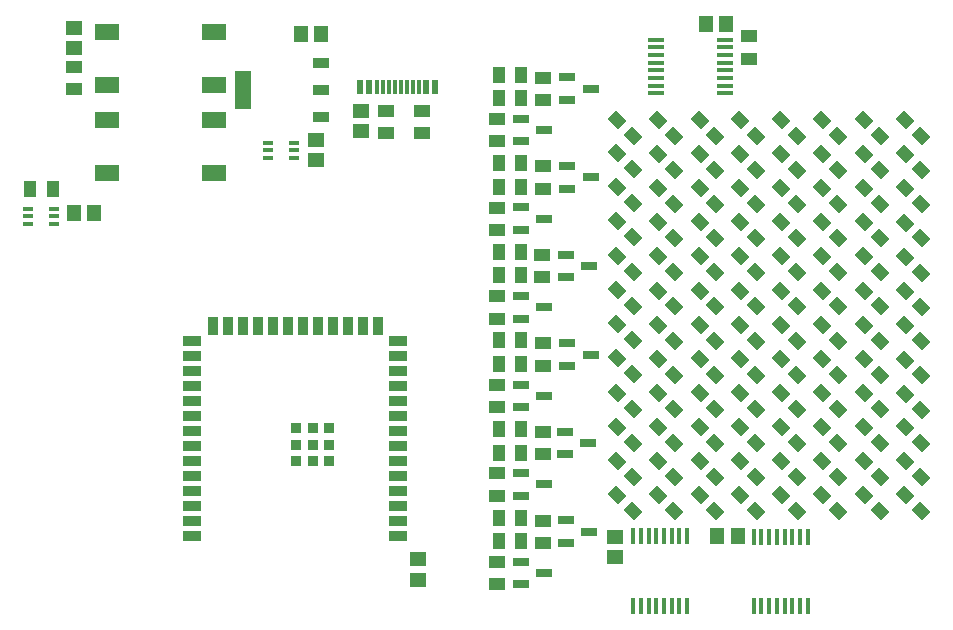
<source format=gtp>
G04*
G04 #@! TF.GenerationSoftware,Altium Limited,Altium Designer,25.1.2 (22)*
G04*
G04 Layer_Color=8421504*
%FSLAX25Y25*%
%MOIN*%
G70*
G04*
G04 #@! TF.SameCoordinates,9731B79D-0BF3-49C4-8AD9-4CBC44B71680*
G04*
G04*
G04 #@! TF.FilePolarity,Positive*
G04*
G01*
G75*
%ADD16R,0.03543X0.03543*%
%ADD17R,0.05906X0.03543*%
%ADD18R,0.03543X0.05906*%
%ADD19R,0.05315X0.02559*%
%ADD20R,0.05709X0.01772*%
%ADD21R,0.04724X0.05709*%
%ADD22R,0.05512X0.03937*%
%ADD23R,0.03740X0.01772*%
%ADD24R,0.03937X0.05512*%
%ADD25R,0.05709X0.04724*%
%ADD26R,0.08268X0.05512*%
%ADD27R,0.05709X0.03740*%
%ADD28R,0.05709X0.12795*%
%ADD29R,0.01181X0.04724*%
%ADD30R,0.02362X0.04724*%
%ADD31R,0.01772X0.05709*%
G04:AMPARAMS|DCode=32|XSize=47.24mil|YSize=41.34mil|CornerRadius=0mil|HoleSize=0mil|Usage=FLASHONLY|Rotation=135.000|XOffset=0mil|YOffset=0mil|HoleType=Round|Shape=Rectangle|*
%AMROTATEDRECTD32*
4,1,4,0.03132,-0.00209,0.00209,-0.03132,-0.03132,0.00209,-0.00209,0.03132,0.03132,-0.00209,0.0*
%
%ADD32ROTATEDRECTD32*%

D16*
X208587Y154961D02*
D03*
Y160472D02*
D03*
Y165984D02*
D03*
X214098D02*
D03*
X219610D02*
D03*
Y160472D02*
D03*
Y154961D02*
D03*
X214098D02*
D03*
Y160472D02*
D03*
D17*
X173744Y130079D02*
D03*
Y135079D02*
D03*
Y140079D02*
D03*
Y145079D02*
D03*
Y150079D02*
D03*
Y155079D02*
D03*
Y160079D02*
D03*
Y165079D02*
D03*
Y170079D02*
D03*
Y175079D02*
D03*
Y180079D02*
D03*
Y185079D02*
D03*
Y190079D02*
D03*
Y195079D02*
D03*
X242642D02*
D03*
Y190079D02*
D03*
Y185079D02*
D03*
Y180079D02*
D03*
Y175079D02*
D03*
Y170079D02*
D03*
Y165079D02*
D03*
Y160079D02*
D03*
Y155079D02*
D03*
Y150079D02*
D03*
Y145079D02*
D03*
Y140079D02*
D03*
Y135079D02*
D03*
Y130079D02*
D03*
D18*
X180693Y200000D02*
D03*
X185693D02*
D03*
X190693D02*
D03*
X195693D02*
D03*
X200693D02*
D03*
X205693D02*
D03*
X210693D02*
D03*
X215693D02*
D03*
X220693D02*
D03*
X225693D02*
D03*
X230693D02*
D03*
X235693D02*
D03*
D19*
X306299Y131496D02*
D03*
X298425Y127717D02*
D03*
Y135276D02*
D03*
X306693Y279134D02*
D03*
X298819Y275354D02*
D03*
Y282913D02*
D03*
X291339Y265354D02*
D03*
X283465Y261575D02*
D03*
Y269134D02*
D03*
X306693Y249606D02*
D03*
X298819Y245827D02*
D03*
Y253386D02*
D03*
X291339Y235827D02*
D03*
X283465Y232047D02*
D03*
Y239606D02*
D03*
X298425Y223858D02*
D03*
Y216299D02*
D03*
X306299Y220079D02*
D03*
X283465Y210079D02*
D03*
Y202520D02*
D03*
X291339Y206299D02*
D03*
X298819Y194331D02*
D03*
Y186772D02*
D03*
X306693Y190551D02*
D03*
X283465Y180551D02*
D03*
Y172992D02*
D03*
X291339Y176772D02*
D03*
X298031Y164803D02*
D03*
Y157244D02*
D03*
X305906Y161024D02*
D03*
X283465Y151024D02*
D03*
Y143465D02*
D03*
X291339Y147244D02*
D03*
X283465Y121496D02*
D03*
Y113937D02*
D03*
X291339Y117717D02*
D03*
D20*
X351673Y295571D02*
D03*
Y293012D02*
D03*
Y290453D02*
D03*
Y287894D02*
D03*
Y285335D02*
D03*
Y282776D02*
D03*
Y280217D02*
D03*
Y277658D02*
D03*
X328642D02*
D03*
Y280217D02*
D03*
Y282776D02*
D03*
Y285335D02*
D03*
Y287894D02*
D03*
Y290453D02*
D03*
Y293012D02*
D03*
Y295571D02*
D03*
D21*
X351772Y300787D02*
D03*
X345079D02*
D03*
X134449Y237795D02*
D03*
X141142D02*
D03*
X216732Y297244D02*
D03*
X210039D02*
D03*
X349016Y129921D02*
D03*
X355709D02*
D03*
D22*
X359449Y289173D02*
D03*
Y296654D02*
D03*
X134646Y286417D02*
D03*
Y278937D02*
D03*
X250394Y271850D02*
D03*
Y264370D02*
D03*
X238583Y271850D02*
D03*
Y264370D02*
D03*
X290945Y282874D02*
D03*
Y275394D02*
D03*
X275590Y269094D02*
D03*
Y261614D02*
D03*
X290945Y253346D02*
D03*
Y245866D02*
D03*
X275591Y239567D02*
D03*
Y232087D02*
D03*
X290551Y223819D02*
D03*
Y216339D02*
D03*
X275591Y210039D02*
D03*
Y202559D02*
D03*
X290945Y186811D02*
D03*
Y194291D02*
D03*
X275590Y173031D02*
D03*
Y180512D02*
D03*
X290945Y157283D02*
D03*
Y164764D02*
D03*
X275590Y143504D02*
D03*
Y150984D02*
D03*
X290945Y127756D02*
D03*
Y135236D02*
D03*
X275591Y113976D02*
D03*
Y121457D02*
D03*
D23*
X119291Y239173D02*
D03*
Y236614D02*
D03*
Y234055D02*
D03*
X127953D02*
D03*
Y236614D02*
D03*
Y239173D02*
D03*
X199213Y261221D02*
D03*
Y258661D02*
D03*
Y256102D02*
D03*
X207874D02*
D03*
Y258661D02*
D03*
Y261221D02*
D03*
D24*
X119882Y245669D02*
D03*
X127362D02*
D03*
X283661Y283858D02*
D03*
X276181D02*
D03*
X283661Y275984D02*
D03*
X276181D02*
D03*
X283661Y254331D02*
D03*
X276181D02*
D03*
X283661Y246457D02*
D03*
X276181D02*
D03*
X283661Y224803D02*
D03*
X276181D02*
D03*
X283661Y216929D02*
D03*
X276181D02*
D03*
X276181Y187401D02*
D03*
X283661D02*
D03*
X276181Y195276D02*
D03*
X283661D02*
D03*
X276181Y165748D02*
D03*
X283661D02*
D03*
X276181Y157874D02*
D03*
X283661D02*
D03*
X276181Y136221D02*
D03*
X283661D02*
D03*
X276181Y128347D02*
D03*
X283661D02*
D03*
D25*
X134646Y292717D02*
D03*
Y299410D02*
D03*
X215354Y262008D02*
D03*
Y255315D02*
D03*
X230315Y271850D02*
D03*
Y265158D02*
D03*
X314961Y123031D02*
D03*
Y129724D02*
D03*
X249213Y115551D02*
D03*
Y122244D02*
D03*
D26*
X181299Y250984D02*
D03*
X145472Y268701D02*
D03*
Y250984D02*
D03*
X181299Y268701D02*
D03*
Y280512D02*
D03*
X145472Y298228D02*
D03*
Y280512D02*
D03*
X181299Y298228D02*
D03*
D27*
X216929Y269724D02*
D03*
Y278740D02*
D03*
Y287756D02*
D03*
D28*
X190945Y278740D02*
D03*
D29*
X241520Y279626D02*
D03*
X245520D02*
D03*
X243520D02*
D03*
X249520D02*
D03*
X247520D02*
D03*
X239520D02*
D03*
X237520D02*
D03*
X235520D02*
D03*
D30*
X252020D02*
D03*
X233020D02*
D03*
X230020D02*
D03*
X255020D02*
D03*
D31*
X361122Y106595D02*
D03*
X363681D02*
D03*
X366240D02*
D03*
X368799D02*
D03*
X371358D02*
D03*
X373917D02*
D03*
X376476D02*
D03*
X379035D02*
D03*
Y129626D02*
D03*
X376476D02*
D03*
X373917D02*
D03*
X371358D02*
D03*
X368799D02*
D03*
X366240D02*
D03*
X363681D02*
D03*
X361122D02*
D03*
X320985Y106898D02*
D03*
X323544D02*
D03*
X326103D02*
D03*
X328662D02*
D03*
X331221D02*
D03*
X333780D02*
D03*
X336339D02*
D03*
X338898D02*
D03*
Y129929D02*
D03*
X336339D02*
D03*
X333780D02*
D03*
X331221D02*
D03*
X328662D02*
D03*
X326103D02*
D03*
X323544D02*
D03*
X320985D02*
D03*
D32*
X411528Y268786D02*
D03*
X416818Y263497D02*
D03*
X411528Y257369D02*
D03*
X416818Y252080D02*
D03*
X411528Y245952D02*
D03*
X416818Y240662D02*
D03*
X411528Y234535D02*
D03*
X416818Y229245D02*
D03*
X411528Y223117D02*
D03*
X416818Y217828D02*
D03*
X411528Y211700D02*
D03*
X416818Y206410D02*
D03*
X411528Y200283D02*
D03*
X416818Y194993D02*
D03*
X411528Y188865D02*
D03*
X416818Y183576D02*
D03*
X411528Y177448D02*
D03*
X416818Y172159D02*
D03*
X411528Y166424D02*
D03*
X416818Y161135D02*
D03*
X411528Y155007D02*
D03*
X416818Y149717D02*
D03*
X411528Y143590D02*
D03*
X416818Y138300D02*
D03*
X397749Y268786D02*
D03*
X403038Y263497D02*
D03*
X397749Y257405D02*
D03*
X403038Y252116D02*
D03*
X397749Y246023D02*
D03*
X403038Y240734D02*
D03*
X397749Y234642D02*
D03*
X403038Y229352D02*
D03*
X397749Y223260D02*
D03*
X403038Y217971D02*
D03*
X397749Y211879D02*
D03*
X403038Y206589D02*
D03*
X397749Y200497D02*
D03*
X403038Y195208D02*
D03*
X397749Y189116D02*
D03*
X403038Y183826D02*
D03*
X397749Y177734D02*
D03*
X403038Y172445D02*
D03*
X397749Y166353D02*
D03*
X403038Y161063D02*
D03*
X397749Y154971D02*
D03*
X403038Y149682D02*
D03*
X397749Y143590D02*
D03*
X403038Y138300D02*
D03*
X383969Y268786D02*
D03*
X389259Y263497D02*
D03*
X383969Y257405D02*
D03*
X389259Y252116D02*
D03*
X383969Y246023D02*
D03*
X389259Y240734D02*
D03*
X383969Y234642D02*
D03*
X389259Y229352D02*
D03*
X383969Y223260D02*
D03*
X389259Y217971D02*
D03*
X383969Y211879D02*
D03*
X389259Y206589D02*
D03*
X383969Y200497D02*
D03*
X389259Y195208D02*
D03*
X383969Y189116D02*
D03*
X389259Y183826D02*
D03*
X383969Y177734D02*
D03*
X389259Y172445D02*
D03*
X383969Y166353D02*
D03*
X389259Y161063D02*
D03*
X383969Y154971D02*
D03*
X389259Y149682D02*
D03*
X383969Y143590D02*
D03*
X389259Y138300D02*
D03*
X370190Y268786D02*
D03*
X375479Y263497D02*
D03*
X370190Y257405D02*
D03*
X375479Y252116D02*
D03*
X370190Y246023D02*
D03*
X375479Y240734D02*
D03*
X370190Y234642D02*
D03*
X375479Y229352D02*
D03*
X370190Y223260D02*
D03*
X375479Y217971D02*
D03*
X370190Y211879D02*
D03*
X375479Y206589D02*
D03*
X370190Y200497D02*
D03*
X375479Y195208D02*
D03*
X370190Y189116D02*
D03*
X375479Y183826D02*
D03*
X370190Y177734D02*
D03*
X375479Y172445D02*
D03*
X370190Y166353D02*
D03*
X375479Y161063D02*
D03*
X370190Y154971D02*
D03*
X375479Y149682D02*
D03*
X370190Y143590D02*
D03*
X375479Y138300D02*
D03*
X356410Y268786D02*
D03*
X361700Y263497D02*
D03*
X356410Y257405D02*
D03*
X361700Y252116D02*
D03*
X356410Y246023D02*
D03*
X361700Y240734D02*
D03*
X356410Y234642D02*
D03*
X361700Y229352D02*
D03*
X356410Y223260D02*
D03*
X361700Y217971D02*
D03*
X356410Y211879D02*
D03*
X361700Y206589D02*
D03*
X356410Y200497D02*
D03*
X361700Y195208D02*
D03*
X356410Y189116D02*
D03*
X361700Y183826D02*
D03*
X356410Y177734D02*
D03*
X361700Y172445D02*
D03*
X356410Y166353D02*
D03*
X361700Y161063D02*
D03*
X356410Y154971D02*
D03*
X361700Y149682D02*
D03*
X356410Y143590D02*
D03*
X361700Y138300D02*
D03*
X343025Y268786D02*
D03*
X348314Y263497D02*
D03*
X343025Y257405D02*
D03*
X348314Y252116D02*
D03*
X343025Y246023D02*
D03*
X348314Y240734D02*
D03*
X343025Y234642D02*
D03*
X348314Y229352D02*
D03*
X343025Y223260D02*
D03*
X348314Y217971D02*
D03*
X343025Y211879D02*
D03*
X348314Y206589D02*
D03*
X343025Y200497D02*
D03*
X348314Y195208D02*
D03*
X343025Y189116D02*
D03*
X348314Y183826D02*
D03*
X343025Y177734D02*
D03*
X348314Y172445D02*
D03*
X343025Y166353D02*
D03*
X348314Y161063D02*
D03*
X343025Y154971D02*
D03*
X348314Y149682D02*
D03*
X343025Y143590D02*
D03*
X348314Y138300D02*
D03*
X329245Y268786D02*
D03*
X334534Y263497D02*
D03*
X329245Y257405D02*
D03*
X334534Y252116D02*
D03*
X329245Y246023D02*
D03*
X334534Y240734D02*
D03*
X329245Y234642D02*
D03*
X334534Y229352D02*
D03*
X329245Y223260D02*
D03*
X334534Y217971D02*
D03*
X329245Y211879D02*
D03*
X334534Y206589D02*
D03*
X329245Y200497D02*
D03*
X334534Y195208D02*
D03*
X329245Y189116D02*
D03*
X334534Y183826D02*
D03*
X329245Y177734D02*
D03*
X334534Y172445D02*
D03*
X329245Y166353D02*
D03*
X334534Y161063D02*
D03*
X329245Y154971D02*
D03*
X334534Y149682D02*
D03*
X329245Y143590D02*
D03*
X334534Y138300D02*
D03*
X315465Y268786D02*
D03*
X320755Y263497D02*
D03*
X315465Y257763D02*
D03*
X320755Y252473D02*
D03*
X315465Y246345D02*
D03*
X320755Y241056D02*
D03*
X315465Y234928D02*
D03*
X320755Y229639D02*
D03*
X315465Y223511D02*
D03*
X320755Y218221D02*
D03*
X315465Y212093D02*
D03*
X320755Y206804D02*
D03*
X315465Y200676D02*
D03*
X320755Y195387D02*
D03*
X315465Y189259D02*
D03*
X320755Y183969D02*
D03*
X315465Y177841D02*
D03*
X320755Y172552D02*
D03*
X315465Y155007D02*
D03*
X320755Y149717D02*
D03*
X315465Y143590D02*
D03*
X320755Y138300D02*
D03*
X315465Y166424D02*
D03*
X320755Y161135D02*
D03*
M02*

</source>
